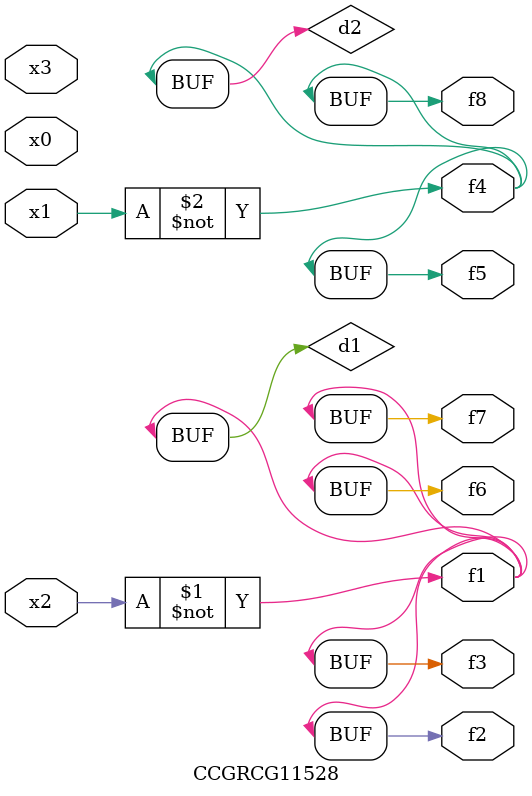
<source format=v>
module CCGRCG11528(
	input x0, x1, x2, x3,
	output f1, f2, f3, f4, f5, f6, f7, f8
);

	wire d1, d2;

	xnor (d1, x2);
	not (d2, x1);
	assign f1 = d1;
	assign f2 = d1;
	assign f3 = d1;
	assign f4 = d2;
	assign f5 = d2;
	assign f6 = d1;
	assign f7 = d1;
	assign f8 = d2;
endmodule

</source>
